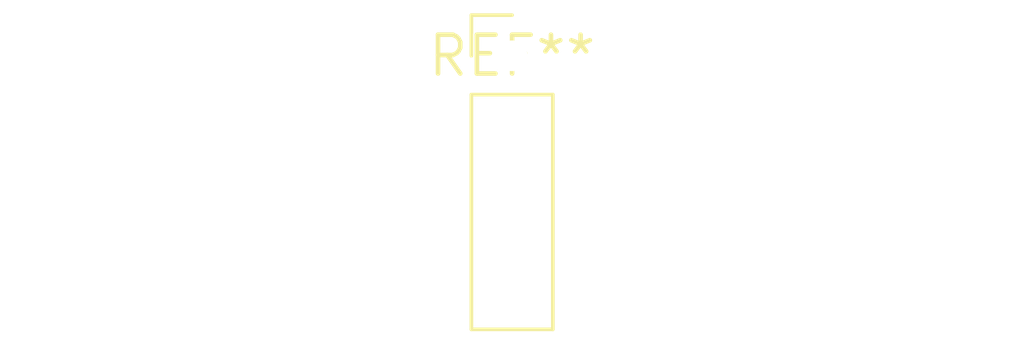
<source format=kicad_pcb>
(kicad_pcb (version 20240108) (generator pcbnew)
  (layers (0 "F.Cu" signal) (31 "B.Cu" signal) (34 "B.Paste" user) (35 "F.Paste" user) (36 "B.SilkS" user "B.Silkscreen") (37 "F.SilkS" user "F.Silkscreen") (38 "B.Mask" user) (39 "F.Mask" user) (44 "Edge.Cuts" user))
  (net 0 "")
  (footprint "PinHeader_1x04_P2.54mm_Vertical" (layer "F.Cu") (at 0 0)
    (property "Reference" "REF**")
    (property "Value" "PinHeader_1x04_P2.54mm_Vertical")
    (fp_line (start -1.33 -1.33) (end 0 -1.33) (layer "F.SilkS") (stroke (width 0.12)))
    (fp_line (start -1.33 0) (end -1.33 -1.33) (layer "F.SilkS") (stroke (width 0.12)))
    (fp_line (start -1.33 1.27) (end -1.33 8.95) (layer "F.SilkS") (stroke (width 0.12)))
    (fp_line (start -1.33 1.27) (end 1.33 1.27) (layer "F.SilkS") (stroke (width 0.12)))
    (fp_line (start -1.33 8.95) (end 1.33 8.95) (layer "F.SilkS") (stroke (width 0.12)))
    (fp_line (start 1.33 1.27) (end 1.33 8.95) (layer "F.SilkS") (stroke (width 0.12)))
    (pad "1" thru_hole rect (at 0 0) (size 1.7 1.7) (drill 1) (layers *.Cu *.Mask) (remove_unused_layers))
    (pad "2" thru_hole oval (at 0 2.54) (size 1.7 1.7) (drill 1) (layers *.Cu *.Mask) (remove_unused_layers))
    (pad "3" thru_hole oval (at 0 5.08) (size 1.7 1.7) (drill 1) (layers *.Cu *.Mask) (remove_unused_layers))
    (pad "4" thru_hole oval (at 0 7.62) (size 1.7 1.7) (drill 1) (layers *.Cu *.Mask) (remove_unused_layers))
  )
)
</source>
